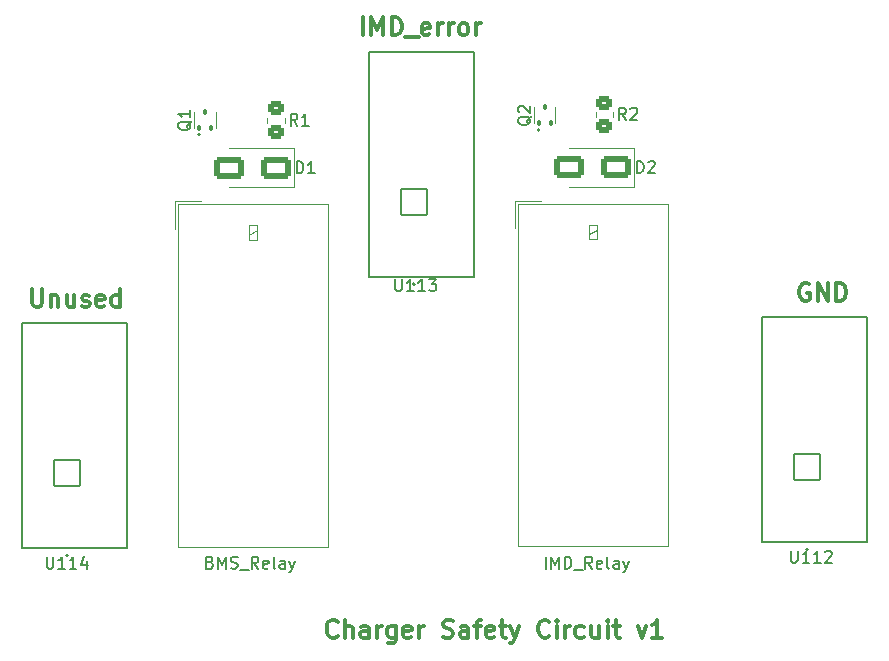
<source format=gto>
G04 #@! TF.GenerationSoftware,KiCad,Pcbnew,9.0.0*
G04 #@! TF.CreationDate,2025-04-12T14:13:04-05:00*
G04 #@! TF.ProjectId,Charging_PCB,43686172-6769-46e6-975f-5043422e6b69,rev?*
G04 #@! TF.SameCoordinates,Original*
G04 #@! TF.FileFunction,Legend,Top*
G04 #@! TF.FilePolarity,Positive*
%FSLAX46Y46*%
G04 Gerber Fmt 4.6, Leading zero omitted, Abs format (unit mm)*
G04 Created by KiCad (PCBNEW 9.0.0) date 2025-04-12 14:13:04*
%MOMM*%
%LPD*%
G01*
G04 APERTURE LIST*
G04 Aperture macros list*
%AMRoundRect*
0 Rectangle with rounded corners*
0 $1 Rounding radius*
0 $2 $3 $4 $5 $6 $7 $8 $9 X,Y pos of 4 corners*
0 Add a 4 corners polygon primitive as box body*
4,1,4,$2,$3,$4,$5,$6,$7,$8,$9,$2,$3,0*
0 Add four circle primitives for the rounded corners*
1,1,$1+$1,$2,$3*
1,1,$1+$1,$4,$5*
1,1,$1+$1,$6,$7*
1,1,$1+$1,$8,$9*
0 Add four rect primitives between the rounded corners*
20,1,$1+$1,$2,$3,$4,$5,0*
20,1,$1+$1,$4,$5,$6,$7,0*
20,1,$1+$1,$6,$7,$8,$9,0*
20,1,$1+$1,$8,$9,$2,$3,0*%
G04 Aperture macros list end*
%ADD10C,0.300000*%
%ADD11C,0.150000*%
%ADD12C,0.127000*%
%ADD13C,0.200000*%
%ADD14C,0.120000*%
%ADD15C,1.860000*%
%ADD16RoundRect,0.102000X1.105000X-1.105000X1.105000X1.105000X-1.105000X1.105000X-1.105000X-1.105000X0*%
%ADD17C,2.414000*%
%ADD18C,2.000000*%
%ADD19R,2.000000X2.000000*%
%ADD20RoundRect,0.250000X-0.450000X0.350000X-0.450000X-0.350000X0.450000X-0.350000X0.450000X0.350000X0*%
%ADD21C,3.200000*%
%ADD22RoundRect,0.100000X-0.100000X0.155000X-0.100000X-0.155000X0.100000X-0.155000X0.100000X0.155000X0*%
%ADD23RoundRect,0.250000X1.000000X0.650000X-1.000000X0.650000X-1.000000X-0.650000X1.000000X-0.650000X0*%
G04 APERTURE END LIST*
D10*
X179840225Y-99372257D02*
X179697368Y-99300828D01*
X179697368Y-99300828D02*
X179483082Y-99300828D01*
X179483082Y-99300828D02*
X179268796Y-99372257D01*
X179268796Y-99372257D02*
X179125939Y-99515114D01*
X179125939Y-99515114D02*
X179054510Y-99657971D01*
X179054510Y-99657971D02*
X178983082Y-99943685D01*
X178983082Y-99943685D02*
X178983082Y-100157971D01*
X178983082Y-100157971D02*
X179054510Y-100443685D01*
X179054510Y-100443685D02*
X179125939Y-100586542D01*
X179125939Y-100586542D02*
X179268796Y-100729400D01*
X179268796Y-100729400D02*
X179483082Y-100800828D01*
X179483082Y-100800828D02*
X179625939Y-100800828D01*
X179625939Y-100800828D02*
X179840225Y-100729400D01*
X179840225Y-100729400D02*
X179911653Y-100657971D01*
X179911653Y-100657971D02*
X179911653Y-100157971D01*
X179911653Y-100157971D02*
X179625939Y-100157971D01*
X180554510Y-100800828D02*
X180554510Y-99300828D01*
X180554510Y-99300828D02*
X181411653Y-100800828D01*
X181411653Y-100800828D02*
X181411653Y-99300828D01*
X182125939Y-100800828D02*
X182125939Y-99300828D01*
X182125939Y-99300828D02*
X182483082Y-99300828D01*
X182483082Y-99300828D02*
X182697368Y-99372257D01*
X182697368Y-99372257D02*
X182840225Y-99515114D01*
X182840225Y-99515114D02*
X182911654Y-99657971D01*
X182911654Y-99657971D02*
X182983082Y-99943685D01*
X182983082Y-99943685D02*
X182983082Y-100157971D01*
X182983082Y-100157971D02*
X182911654Y-100443685D01*
X182911654Y-100443685D02*
X182840225Y-100586542D01*
X182840225Y-100586542D02*
X182697368Y-100729400D01*
X182697368Y-100729400D02*
X182483082Y-100800828D01*
X182483082Y-100800828D02*
X182125939Y-100800828D01*
X114054510Y-99800828D02*
X114054510Y-101015114D01*
X114054510Y-101015114D02*
X114125939Y-101157971D01*
X114125939Y-101157971D02*
X114197368Y-101229400D01*
X114197368Y-101229400D02*
X114340225Y-101300828D01*
X114340225Y-101300828D02*
X114625939Y-101300828D01*
X114625939Y-101300828D02*
X114768796Y-101229400D01*
X114768796Y-101229400D02*
X114840225Y-101157971D01*
X114840225Y-101157971D02*
X114911653Y-101015114D01*
X114911653Y-101015114D02*
X114911653Y-99800828D01*
X115625939Y-100300828D02*
X115625939Y-101300828D01*
X115625939Y-100443685D02*
X115697368Y-100372257D01*
X115697368Y-100372257D02*
X115840225Y-100300828D01*
X115840225Y-100300828D02*
X116054511Y-100300828D01*
X116054511Y-100300828D02*
X116197368Y-100372257D01*
X116197368Y-100372257D02*
X116268797Y-100515114D01*
X116268797Y-100515114D02*
X116268797Y-101300828D01*
X117625940Y-100300828D02*
X117625940Y-101300828D01*
X116983082Y-100300828D02*
X116983082Y-101086542D01*
X116983082Y-101086542D02*
X117054511Y-101229400D01*
X117054511Y-101229400D02*
X117197368Y-101300828D01*
X117197368Y-101300828D02*
X117411654Y-101300828D01*
X117411654Y-101300828D02*
X117554511Y-101229400D01*
X117554511Y-101229400D02*
X117625940Y-101157971D01*
X118268797Y-101229400D02*
X118411654Y-101300828D01*
X118411654Y-101300828D02*
X118697368Y-101300828D01*
X118697368Y-101300828D02*
X118840225Y-101229400D01*
X118840225Y-101229400D02*
X118911654Y-101086542D01*
X118911654Y-101086542D02*
X118911654Y-101015114D01*
X118911654Y-101015114D02*
X118840225Y-100872257D01*
X118840225Y-100872257D02*
X118697368Y-100800828D01*
X118697368Y-100800828D02*
X118483083Y-100800828D01*
X118483083Y-100800828D02*
X118340225Y-100729400D01*
X118340225Y-100729400D02*
X118268797Y-100586542D01*
X118268797Y-100586542D02*
X118268797Y-100515114D01*
X118268797Y-100515114D02*
X118340225Y-100372257D01*
X118340225Y-100372257D02*
X118483083Y-100300828D01*
X118483083Y-100300828D02*
X118697368Y-100300828D01*
X118697368Y-100300828D02*
X118840225Y-100372257D01*
X120125940Y-101229400D02*
X119983083Y-101300828D01*
X119983083Y-101300828D02*
X119697369Y-101300828D01*
X119697369Y-101300828D02*
X119554511Y-101229400D01*
X119554511Y-101229400D02*
X119483083Y-101086542D01*
X119483083Y-101086542D02*
X119483083Y-100515114D01*
X119483083Y-100515114D02*
X119554511Y-100372257D01*
X119554511Y-100372257D02*
X119697369Y-100300828D01*
X119697369Y-100300828D02*
X119983083Y-100300828D01*
X119983083Y-100300828D02*
X120125940Y-100372257D01*
X120125940Y-100372257D02*
X120197369Y-100515114D01*
X120197369Y-100515114D02*
X120197369Y-100657971D01*
X120197369Y-100657971D02*
X119483083Y-100800828D01*
X121483083Y-101300828D02*
X121483083Y-99800828D01*
X121483083Y-101229400D02*
X121340225Y-101300828D01*
X121340225Y-101300828D02*
X121054511Y-101300828D01*
X121054511Y-101300828D02*
X120911654Y-101229400D01*
X120911654Y-101229400D02*
X120840225Y-101157971D01*
X120840225Y-101157971D02*
X120768797Y-101015114D01*
X120768797Y-101015114D02*
X120768797Y-100586542D01*
X120768797Y-100586542D02*
X120840225Y-100443685D01*
X120840225Y-100443685D02*
X120911654Y-100372257D01*
X120911654Y-100372257D02*
X121054511Y-100300828D01*
X121054511Y-100300828D02*
X121340225Y-100300828D01*
X121340225Y-100300828D02*
X121483083Y-100372257D01*
X142054510Y-78300828D02*
X142054510Y-76800828D01*
X142768796Y-78300828D02*
X142768796Y-76800828D01*
X142768796Y-76800828D02*
X143268796Y-77872257D01*
X143268796Y-77872257D02*
X143768796Y-76800828D01*
X143768796Y-76800828D02*
X143768796Y-78300828D01*
X144483082Y-78300828D02*
X144483082Y-76800828D01*
X144483082Y-76800828D02*
X144840225Y-76800828D01*
X144840225Y-76800828D02*
X145054511Y-76872257D01*
X145054511Y-76872257D02*
X145197368Y-77015114D01*
X145197368Y-77015114D02*
X145268797Y-77157971D01*
X145268797Y-77157971D02*
X145340225Y-77443685D01*
X145340225Y-77443685D02*
X145340225Y-77657971D01*
X145340225Y-77657971D02*
X145268797Y-77943685D01*
X145268797Y-77943685D02*
X145197368Y-78086542D01*
X145197368Y-78086542D02*
X145054511Y-78229400D01*
X145054511Y-78229400D02*
X144840225Y-78300828D01*
X144840225Y-78300828D02*
X144483082Y-78300828D01*
X145625940Y-78443685D02*
X146768797Y-78443685D01*
X147697368Y-78229400D02*
X147554511Y-78300828D01*
X147554511Y-78300828D02*
X147268797Y-78300828D01*
X147268797Y-78300828D02*
X147125939Y-78229400D01*
X147125939Y-78229400D02*
X147054511Y-78086542D01*
X147054511Y-78086542D02*
X147054511Y-77515114D01*
X147054511Y-77515114D02*
X147125939Y-77372257D01*
X147125939Y-77372257D02*
X147268797Y-77300828D01*
X147268797Y-77300828D02*
X147554511Y-77300828D01*
X147554511Y-77300828D02*
X147697368Y-77372257D01*
X147697368Y-77372257D02*
X147768797Y-77515114D01*
X147768797Y-77515114D02*
X147768797Y-77657971D01*
X147768797Y-77657971D02*
X147054511Y-77800828D01*
X148411653Y-78300828D02*
X148411653Y-77300828D01*
X148411653Y-77586542D02*
X148483082Y-77443685D01*
X148483082Y-77443685D02*
X148554511Y-77372257D01*
X148554511Y-77372257D02*
X148697368Y-77300828D01*
X148697368Y-77300828D02*
X148840225Y-77300828D01*
X149340224Y-78300828D02*
X149340224Y-77300828D01*
X149340224Y-77586542D02*
X149411653Y-77443685D01*
X149411653Y-77443685D02*
X149483082Y-77372257D01*
X149483082Y-77372257D02*
X149625939Y-77300828D01*
X149625939Y-77300828D02*
X149768796Y-77300828D01*
X150483081Y-78300828D02*
X150340224Y-78229400D01*
X150340224Y-78229400D02*
X150268795Y-78157971D01*
X150268795Y-78157971D02*
X150197367Y-78015114D01*
X150197367Y-78015114D02*
X150197367Y-77586542D01*
X150197367Y-77586542D02*
X150268795Y-77443685D01*
X150268795Y-77443685D02*
X150340224Y-77372257D01*
X150340224Y-77372257D02*
X150483081Y-77300828D01*
X150483081Y-77300828D02*
X150697367Y-77300828D01*
X150697367Y-77300828D02*
X150840224Y-77372257D01*
X150840224Y-77372257D02*
X150911653Y-77443685D01*
X150911653Y-77443685D02*
X150983081Y-77586542D01*
X150983081Y-77586542D02*
X150983081Y-78015114D01*
X150983081Y-78015114D02*
X150911653Y-78157971D01*
X150911653Y-78157971D02*
X150840224Y-78229400D01*
X150840224Y-78229400D02*
X150697367Y-78300828D01*
X150697367Y-78300828D02*
X150483081Y-78300828D01*
X151625938Y-78300828D02*
X151625938Y-77300828D01*
X151625938Y-77586542D02*
X151697367Y-77443685D01*
X151697367Y-77443685D02*
X151768796Y-77372257D01*
X151768796Y-77372257D02*
X151911653Y-77300828D01*
X151911653Y-77300828D02*
X152054510Y-77300828D01*
X139911653Y-129157971D02*
X139840225Y-129229400D01*
X139840225Y-129229400D02*
X139625939Y-129300828D01*
X139625939Y-129300828D02*
X139483082Y-129300828D01*
X139483082Y-129300828D02*
X139268796Y-129229400D01*
X139268796Y-129229400D02*
X139125939Y-129086542D01*
X139125939Y-129086542D02*
X139054510Y-128943685D01*
X139054510Y-128943685D02*
X138983082Y-128657971D01*
X138983082Y-128657971D02*
X138983082Y-128443685D01*
X138983082Y-128443685D02*
X139054510Y-128157971D01*
X139054510Y-128157971D02*
X139125939Y-128015114D01*
X139125939Y-128015114D02*
X139268796Y-127872257D01*
X139268796Y-127872257D02*
X139483082Y-127800828D01*
X139483082Y-127800828D02*
X139625939Y-127800828D01*
X139625939Y-127800828D02*
X139840225Y-127872257D01*
X139840225Y-127872257D02*
X139911653Y-127943685D01*
X140554510Y-129300828D02*
X140554510Y-127800828D01*
X141197368Y-129300828D02*
X141197368Y-128515114D01*
X141197368Y-128515114D02*
X141125939Y-128372257D01*
X141125939Y-128372257D02*
X140983082Y-128300828D01*
X140983082Y-128300828D02*
X140768796Y-128300828D01*
X140768796Y-128300828D02*
X140625939Y-128372257D01*
X140625939Y-128372257D02*
X140554510Y-128443685D01*
X142554511Y-129300828D02*
X142554511Y-128515114D01*
X142554511Y-128515114D02*
X142483082Y-128372257D01*
X142483082Y-128372257D02*
X142340225Y-128300828D01*
X142340225Y-128300828D02*
X142054511Y-128300828D01*
X142054511Y-128300828D02*
X141911653Y-128372257D01*
X142554511Y-129229400D02*
X142411653Y-129300828D01*
X142411653Y-129300828D02*
X142054511Y-129300828D01*
X142054511Y-129300828D02*
X141911653Y-129229400D01*
X141911653Y-129229400D02*
X141840225Y-129086542D01*
X141840225Y-129086542D02*
X141840225Y-128943685D01*
X141840225Y-128943685D02*
X141911653Y-128800828D01*
X141911653Y-128800828D02*
X142054511Y-128729400D01*
X142054511Y-128729400D02*
X142411653Y-128729400D01*
X142411653Y-128729400D02*
X142554511Y-128657971D01*
X143268796Y-129300828D02*
X143268796Y-128300828D01*
X143268796Y-128586542D02*
X143340225Y-128443685D01*
X143340225Y-128443685D02*
X143411654Y-128372257D01*
X143411654Y-128372257D02*
X143554511Y-128300828D01*
X143554511Y-128300828D02*
X143697368Y-128300828D01*
X144840225Y-128300828D02*
X144840225Y-129515114D01*
X144840225Y-129515114D02*
X144768796Y-129657971D01*
X144768796Y-129657971D02*
X144697367Y-129729400D01*
X144697367Y-129729400D02*
X144554510Y-129800828D01*
X144554510Y-129800828D02*
X144340225Y-129800828D01*
X144340225Y-129800828D02*
X144197367Y-129729400D01*
X144840225Y-129229400D02*
X144697367Y-129300828D01*
X144697367Y-129300828D02*
X144411653Y-129300828D01*
X144411653Y-129300828D02*
X144268796Y-129229400D01*
X144268796Y-129229400D02*
X144197367Y-129157971D01*
X144197367Y-129157971D02*
X144125939Y-129015114D01*
X144125939Y-129015114D02*
X144125939Y-128586542D01*
X144125939Y-128586542D02*
X144197367Y-128443685D01*
X144197367Y-128443685D02*
X144268796Y-128372257D01*
X144268796Y-128372257D02*
X144411653Y-128300828D01*
X144411653Y-128300828D02*
X144697367Y-128300828D01*
X144697367Y-128300828D02*
X144840225Y-128372257D01*
X146125939Y-129229400D02*
X145983082Y-129300828D01*
X145983082Y-129300828D02*
X145697368Y-129300828D01*
X145697368Y-129300828D02*
X145554510Y-129229400D01*
X145554510Y-129229400D02*
X145483082Y-129086542D01*
X145483082Y-129086542D02*
X145483082Y-128515114D01*
X145483082Y-128515114D02*
X145554510Y-128372257D01*
X145554510Y-128372257D02*
X145697368Y-128300828D01*
X145697368Y-128300828D02*
X145983082Y-128300828D01*
X145983082Y-128300828D02*
X146125939Y-128372257D01*
X146125939Y-128372257D02*
X146197368Y-128515114D01*
X146197368Y-128515114D02*
X146197368Y-128657971D01*
X146197368Y-128657971D02*
X145483082Y-128800828D01*
X146840224Y-129300828D02*
X146840224Y-128300828D01*
X146840224Y-128586542D02*
X146911653Y-128443685D01*
X146911653Y-128443685D02*
X146983082Y-128372257D01*
X146983082Y-128372257D02*
X147125939Y-128300828D01*
X147125939Y-128300828D02*
X147268796Y-128300828D01*
X148840224Y-129229400D02*
X149054510Y-129300828D01*
X149054510Y-129300828D02*
X149411652Y-129300828D01*
X149411652Y-129300828D02*
X149554510Y-129229400D01*
X149554510Y-129229400D02*
X149625938Y-129157971D01*
X149625938Y-129157971D02*
X149697367Y-129015114D01*
X149697367Y-129015114D02*
X149697367Y-128872257D01*
X149697367Y-128872257D02*
X149625938Y-128729400D01*
X149625938Y-128729400D02*
X149554510Y-128657971D01*
X149554510Y-128657971D02*
X149411652Y-128586542D01*
X149411652Y-128586542D02*
X149125938Y-128515114D01*
X149125938Y-128515114D02*
X148983081Y-128443685D01*
X148983081Y-128443685D02*
X148911652Y-128372257D01*
X148911652Y-128372257D02*
X148840224Y-128229400D01*
X148840224Y-128229400D02*
X148840224Y-128086542D01*
X148840224Y-128086542D02*
X148911652Y-127943685D01*
X148911652Y-127943685D02*
X148983081Y-127872257D01*
X148983081Y-127872257D02*
X149125938Y-127800828D01*
X149125938Y-127800828D02*
X149483081Y-127800828D01*
X149483081Y-127800828D02*
X149697367Y-127872257D01*
X150983081Y-129300828D02*
X150983081Y-128515114D01*
X150983081Y-128515114D02*
X150911652Y-128372257D01*
X150911652Y-128372257D02*
X150768795Y-128300828D01*
X150768795Y-128300828D02*
X150483081Y-128300828D01*
X150483081Y-128300828D02*
X150340223Y-128372257D01*
X150983081Y-129229400D02*
X150840223Y-129300828D01*
X150840223Y-129300828D02*
X150483081Y-129300828D01*
X150483081Y-129300828D02*
X150340223Y-129229400D01*
X150340223Y-129229400D02*
X150268795Y-129086542D01*
X150268795Y-129086542D02*
X150268795Y-128943685D01*
X150268795Y-128943685D02*
X150340223Y-128800828D01*
X150340223Y-128800828D02*
X150483081Y-128729400D01*
X150483081Y-128729400D02*
X150840223Y-128729400D01*
X150840223Y-128729400D02*
X150983081Y-128657971D01*
X151483081Y-128300828D02*
X152054509Y-128300828D01*
X151697366Y-129300828D02*
X151697366Y-128015114D01*
X151697366Y-128015114D02*
X151768795Y-127872257D01*
X151768795Y-127872257D02*
X151911652Y-127800828D01*
X151911652Y-127800828D02*
X152054509Y-127800828D01*
X153125938Y-129229400D02*
X152983081Y-129300828D01*
X152983081Y-129300828D02*
X152697367Y-129300828D01*
X152697367Y-129300828D02*
X152554509Y-129229400D01*
X152554509Y-129229400D02*
X152483081Y-129086542D01*
X152483081Y-129086542D02*
X152483081Y-128515114D01*
X152483081Y-128515114D02*
X152554509Y-128372257D01*
X152554509Y-128372257D02*
X152697367Y-128300828D01*
X152697367Y-128300828D02*
X152983081Y-128300828D01*
X152983081Y-128300828D02*
X153125938Y-128372257D01*
X153125938Y-128372257D02*
X153197367Y-128515114D01*
X153197367Y-128515114D02*
X153197367Y-128657971D01*
X153197367Y-128657971D02*
X152483081Y-128800828D01*
X153625938Y-128300828D02*
X154197366Y-128300828D01*
X153840223Y-127800828D02*
X153840223Y-129086542D01*
X153840223Y-129086542D02*
X153911652Y-129229400D01*
X153911652Y-129229400D02*
X154054509Y-129300828D01*
X154054509Y-129300828D02*
X154197366Y-129300828D01*
X154554509Y-128300828D02*
X154911652Y-129300828D01*
X155268795Y-128300828D02*
X154911652Y-129300828D01*
X154911652Y-129300828D02*
X154768795Y-129657971D01*
X154768795Y-129657971D02*
X154697366Y-129729400D01*
X154697366Y-129729400D02*
X154554509Y-129800828D01*
X157840223Y-129157971D02*
X157768795Y-129229400D01*
X157768795Y-129229400D02*
X157554509Y-129300828D01*
X157554509Y-129300828D02*
X157411652Y-129300828D01*
X157411652Y-129300828D02*
X157197366Y-129229400D01*
X157197366Y-129229400D02*
X157054509Y-129086542D01*
X157054509Y-129086542D02*
X156983080Y-128943685D01*
X156983080Y-128943685D02*
X156911652Y-128657971D01*
X156911652Y-128657971D02*
X156911652Y-128443685D01*
X156911652Y-128443685D02*
X156983080Y-128157971D01*
X156983080Y-128157971D02*
X157054509Y-128015114D01*
X157054509Y-128015114D02*
X157197366Y-127872257D01*
X157197366Y-127872257D02*
X157411652Y-127800828D01*
X157411652Y-127800828D02*
X157554509Y-127800828D01*
X157554509Y-127800828D02*
X157768795Y-127872257D01*
X157768795Y-127872257D02*
X157840223Y-127943685D01*
X158483080Y-129300828D02*
X158483080Y-128300828D01*
X158483080Y-127800828D02*
X158411652Y-127872257D01*
X158411652Y-127872257D02*
X158483080Y-127943685D01*
X158483080Y-127943685D02*
X158554509Y-127872257D01*
X158554509Y-127872257D02*
X158483080Y-127800828D01*
X158483080Y-127800828D02*
X158483080Y-127943685D01*
X159197366Y-129300828D02*
X159197366Y-128300828D01*
X159197366Y-128586542D02*
X159268795Y-128443685D01*
X159268795Y-128443685D02*
X159340224Y-128372257D01*
X159340224Y-128372257D02*
X159483081Y-128300828D01*
X159483081Y-128300828D02*
X159625938Y-128300828D01*
X160768795Y-129229400D02*
X160625937Y-129300828D01*
X160625937Y-129300828D02*
X160340223Y-129300828D01*
X160340223Y-129300828D02*
X160197366Y-129229400D01*
X160197366Y-129229400D02*
X160125937Y-129157971D01*
X160125937Y-129157971D02*
X160054509Y-129015114D01*
X160054509Y-129015114D02*
X160054509Y-128586542D01*
X160054509Y-128586542D02*
X160125937Y-128443685D01*
X160125937Y-128443685D02*
X160197366Y-128372257D01*
X160197366Y-128372257D02*
X160340223Y-128300828D01*
X160340223Y-128300828D02*
X160625937Y-128300828D01*
X160625937Y-128300828D02*
X160768795Y-128372257D01*
X162054509Y-128300828D02*
X162054509Y-129300828D01*
X161411651Y-128300828D02*
X161411651Y-129086542D01*
X161411651Y-129086542D02*
X161483080Y-129229400D01*
X161483080Y-129229400D02*
X161625937Y-129300828D01*
X161625937Y-129300828D02*
X161840223Y-129300828D01*
X161840223Y-129300828D02*
X161983080Y-129229400D01*
X161983080Y-129229400D02*
X162054509Y-129157971D01*
X162768794Y-129300828D02*
X162768794Y-128300828D01*
X162768794Y-127800828D02*
X162697366Y-127872257D01*
X162697366Y-127872257D02*
X162768794Y-127943685D01*
X162768794Y-127943685D02*
X162840223Y-127872257D01*
X162840223Y-127872257D02*
X162768794Y-127800828D01*
X162768794Y-127800828D02*
X162768794Y-127943685D01*
X163268795Y-128300828D02*
X163840223Y-128300828D01*
X163483080Y-127800828D02*
X163483080Y-129086542D01*
X163483080Y-129086542D02*
X163554509Y-129229400D01*
X163554509Y-129229400D02*
X163697366Y-129300828D01*
X163697366Y-129300828D02*
X163840223Y-129300828D01*
X165340223Y-128300828D02*
X165697366Y-129300828D01*
X165697366Y-129300828D02*
X166054509Y-128300828D01*
X167411652Y-129300828D02*
X166554509Y-129300828D01*
X166983080Y-129300828D02*
X166983080Y-127800828D01*
X166983080Y-127800828D02*
X166840223Y-128015114D01*
X166840223Y-128015114D02*
X166697366Y-128157971D01*
X166697366Y-128157971D02*
X166554509Y-128229400D01*
D11*
X115285714Y-122454819D02*
X115285714Y-123264342D01*
X115285714Y-123264342D02*
X115333333Y-123359580D01*
X115333333Y-123359580D02*
X115380952Y-123407200D01*
X115380952Y-123407200D02*
X115476190Y-123454819D01*
X115476190Y-123454819D02*
X115666666Y-123454819D01*
X115666666Y-123454819D02*
X115761904Y-123407200D01*
X115761904Y-123407200D02*
X115809523Y-123359580D01*
X115809523Y-123359580D02*
X115857142Y-123264342D01*
X115857142Y-123264342D02*
X115857142Y-122454819D01*
X116857142Y-123454819D02*
X116285714Y-123454819D01*
X116571428Y-123454819D02*
X116571428Y-122454819D01*
X116571428Y-122454819D02*
X116476190Y-122597676D01*
X116476190Y-122597676D02*
X116380952Y-122692914D01*
X116380952Y-122692914D02*
X116285714Y-122740533D01*
X117809523Y-123454819D02*
X117238095Y-123454819D01*
X117523809Y-123454819D02*
X117523809Y-122454819D01*
X117523809Y-122454819D02*
X117428571Y-122597676D01*
X117428571Y-122597676D02*
X117333333Y-122692914D01*
X117333333Y-122692914D02*
X117238095Y-122740533D01*
X118666666Y-122788152D02*
X118666666Y-123454819D01*
X118428571Y-122407200D02*
X118190476Y-123121485D01*
X118190476Y-123121485D02*
X118809523Y-123121485D01*
X157523809Y-123454819D02*
X157523809Y-122454819D01*
X157999999Y-123454819D02*
X157999999Y-122454819D01*
X157999999Y-122454819D02*
X158333332Y-123169104D01*
X158333332Y-123169104D02*
X158666665Y-122454819D01*
X158666665Y-122454819D02*
X158666665Y-123454819D01*
X159142856Y-123454819D02*
X159142856Y-122454819D01*
X159142856Y-122454819D02*
X159380951Y-122454819D01*
X159380951Y-122454819D02*
X159523808Y-122502438D01*
X159523808Y-122502438D02*
X159619046Y-122597676D01*
X159619046Y-122597676D02*
X159666665Y-122692914D01*
X159666665Y-122692914D02*
X159714284Y-122883390D01*
X159714284Y-122883390D02*
X159714284Y-123026247D01*
X159714284Y-123026247D02*
X159666665Y-123216723D01*
X159666665Y-123216723D02*
X159619046Y-123311961D01*
X159619046Y-123311961D02*
X159523808Y-123407200D01*
X159523808Y-123407200D02*
X159380951Y-123454819D01*
X159380951Y-123454819D02*
X159142856Y-123454819D01*
X159904761Y-123550057D02*
X160666665Y-123550057D01*
X161476189Y-123454819D02*
X161142856Y-122978628D01*
X160904761Y-123454819D02*
X160904761Y-122454819D01*
X160904761Y-122454819D02*
X161285713Y-122454819D01*
X161285713Y-122454819D02*
X161380951Y-122502438D01*
X161380951Y-122502438D02*
X161428570Y-122550057D01*
X161428570Y-122550057D02*
X161476189Y-122645295D01*
X161476189Y-122645295D02*
X161476189Y-122788152D01*
X161476189Y-122788152D02*
X161428570Y-122883390D01*
X161428570Y-122883390D02*
X161380951Y-122931009D01*
X161380951Y-122931009D02*
X161285713Y-122978628D01*
X161285713Y-122978628D02*
X160904761Y-122978628D01*
X162285713Y-123407200D02*
X162190475Y-123454819D01*
X162190475Y-123454819D02*
X161999999Y-123454819D01*
X161999999Y-123454819D02*
X161904761Y-123407200D01*
X161904761Y-123407200D02*
X161857142Y-123311961D01*
X161857142Y-123311961D02*
X161857142Y-122931009D01*
X161857142Y-122931009D02*
X161904761Y-122835771D01*
X161904761Y-122835771D02*
X161999999Y-122788152D01*
X161999999Y-122788152D02*
X162190475Y-122788152D01*
X162190475Y-122788152D02*
X162285713Y-122835771D01*
X162285713Y-122835771D02*
X162333332Y-122931009D01*
X162333332Y-122931009D02*
X162333332Y-123026247D01*
X162333332Y-123026247D02*
X161857142Y-123121485D01*
X162904761Y-123454819D02*
X162809523Y-123407200D01*
X162809523Y-123407200D02*
X162761904Y-123311961D01*
X162761904Y-123311961D02*
X162761904Y-122454819D01*
X163714285Y-123454819D02*
X163714285Y-122931009D01*
X163714285Y-122931009D02*
X163666666Y-122835771D01*
X163666666Y-122835771D02*
X163571428Y-122788152D01*
X163571428Y-122788152D02*
X163380952Y-122788152D01*
X163380952Y-122788152D02*
X163285714Y-122835771D01*
X163714285Y-123407200D02*
X163619047Y-123454819D01*
X163619047Y-123454819D02*
X163380952Y-123454819D01*
X163380952Y-123454819D02*
X163285714Y-123407200D01*
X163285714Y-123407200D02*
X163238095Y-123311961D01*
X163238095Y-123311961D02*
X163238095Y-123216723D01*
X163238095Y-123216723D02*
X163285714Y-123121485D01*
X163285714Y-123121485D02*
X163380952Y-123073866D01*
X163380952Y-123073866D02*
X163619047Y-123073866D01*
X163619047Y-123073866D02*
X163714285Y-123026247D01*
X164095238Y-122788152D02*
X164333333Y-123454819D01*
X164571428Y-122788152D02*
X164333333Y-123454819D01*
X164333333Y-123454819D02*
X164238095Y-123692914D01*
X164238095Y-123692914D02*
X164190476Y-123740533D01*
X164190476Y-123740533D02*
X164095238Y-123788152D01*
X164333333Y-85454819D02*
X164000000Y-84978628D01*
X163761905Y-85454819D02*
X163761905Y-84454819D01*
X163761905Y-84454819D02*
X164142857Y-84454819D01*
X164142857Y-84454819D02*
X164238095Y-84502438D01*
X164238095Y-84502438D02*
X164285714Y-84550057D01*
X164285714Y-84550057D02*
X164333333Y-84645295D01*
X164333333Y-84645295D02*
X164333333Y-84788152D01*
X164333333Y-84788152D02*
X164285714Y-84883390D01*
X164285714Y-84883390D02*
X164238095Y-84931009D01*
X164238095Y-84931009D02*
X164142857Y-84978628D01*
X164142857Y-84978628D02*
X163761905Y-84978628D01*
X164714286Y-84550057D02*
X164761905Y-84502438D01*
X164761905Y-84502438D02*
X164857143Y-84454819D01*
X164857143Y-84454819D02*
X165095238Y-84454819D01*
X165095238Y-84454819D02*
X165190476Y-84502438D01*
X165190476Y-84502438D02*
X165238095Y-84550057D01*
X165238095Y-84550057D02*
X165285714Y-84645295D01*
X165285714Y-84645295D02*
X165285714Y-84740533D01*
X165285714Y-84740533D02*
X165238095Y-84883390D01*
X165238095Y-84883390D02*
X164666667Y-85454819D01*
X164666667Y-85454819D02*
X165285714Y-85454819D01*
X129119047Y-122931009D02*
X129261904Y-122978628D01*
X129261904Y-122978628D02*
X129309523Y-123026247D01*
X129309523Y-123026247D02*
X129357142Y-123121485D01*
X129357142Y-123121485D02*
X129357142Y-123264342D01*
X129357142Y-123264342D02*
X129309523Y-123359580D01*
X129309523Y-123359580D02*
X129261904Y-123407200D01*
X129261904Y-123407200D02*
X129166666Y-123454819D01*
X129166666Y-123454819D02*
X128785714Y-123454819D01*
X128785714Y-123454819D02*
X128785714Y-122454819D01*
X128785714Y-122454819D02*
X129119047Y-122454819D01*
X129119047Y-122454819D02*
X129214285Y-122502438D01*
X129214285Y-122502438D02*
X129261904Y-122550057D01*
X129261904Y-122550057D02*
X129309523Y-122645295D01*
X129309523Y-122645295D02*
X129309523Y-122740533D01*
X129309523Y-122740533D02*
X129261904Y-122835771D01*
X129261904Y-122835771D02*
X129214285Y-122883390D01*
X129214285Y-122883390D02*
X129119047Y-122931009D01*
X129119047Y-122931009D02*
X128785714Y-122931009D01*
X129785714Y-123454819D02*
X129785714Y-122454819D01*
X129785714Y-122454819D02*
X130119047Y-123169104D01*
X130119047Y-123169104D02*
X130452380Y-122454819D01*
X130452380Y-122454819D02*
X130452380Y-123454819D01*
X130880952Y-123407200D02*
X131023809Y-123454819D01*
X131023809Y-123454819D02*
X131261904Y-123454819D01*
X131261904Y-123454819D02*
X131357142Y-123407200D01*
X131357142Y-123407200D02*
X131404761Y-123359580D01*
X131404761Y-123359580D02*
X131452380Y-123264342D01*
X131452380Y-123264342D02*
X131452380Y-123169104D01*
X131452380Y-123169104D02*
X131404761Y-123073866D01*
X131404761Y-123073866D02*
X131357142Y-123026247D01*
X131357142Y-123026247D02*
X131261904Y-122978628D01*
X131261904Y-122978628D02*
X131071428Y-122931009D01*
X131071428Y-122931009D02*
X130976190Y-122883390D01*
X130976190Y-122883390D02*
X130928571Y-122835771D01*
X130928571Y-122835771D02*
X130880952Y-122740533D01*
X130880952Y-122740533D02*
X130880952Y-122645295D01*
X130880952Y-122645295D02*
X130928571Y-122550057D01*
X130928571Y-122550057D02*
X130976190Y-122502438D01*
X130976190Y-122502438D02*
X131071428Y-122454819D01*
X131071428Y-122454819D02*
X131309523Y-122454819D01*
X131309523Y-122454819D02*
X131452380Y-122502438D01*
X131642857Y-123550057D02*
X132404761Y-123550057D01*
X133214285Y-123454819D02*
X132880952Y-122978628D01*
X132642857Y-123454819D02*
X132642857Y-122454819D01*
X132642857Y-122454819D02*
X133023809Y-122454819D01*
X133023809Y-122454819D02*
X133119047Y-122502438D01*
X133119047Y-122502438D02*
X133166666Y-122550057D01*
X133166666Y-122550057D02*
X133214285Y-122645295D01*
X133214285Y-122645295D02*
X133214285Y-122788152D01*
X133214285Y-122788152D02*
X133166666Y-122883390D01*
X133166666Y-122883390D02*
X133119047Y-122931009D01*
X133119047Y-122931009D02*
X133023809Y-122978628D01*
X133023809Y-122978628D02*
X132642857Y-122978628D01*
X134023809Y-123407200D02*
X133928571Y-123454819D01*
X133928571Y-123454819D02*
X133738095Y-123454819D01*
X133738095Y-123454819D02*
X133642857Y-123407200D01*
X133642857Y-123407200D02*
X133595238Y-123311961D01*
X133595238Y-123311961D02*
X133595238Y-122931009D01*
X133595238Y-122931009D02*
X133642857Y-122835771D01*
X133642857Y-122835771D02*
X133738095Y-122788152D01*
X133738095Y-122788152D02*
X133928571Y-122788152D01*
X133928571Y-122788152D02*
X134023809Y-122835771D01*
X134023809Y-122835771D02*
X134071428Y-122931009D01*
X134071428Y-122931009D02*
X134071428Y-123026247D01*
X134071428Y-123026247D02*
X133595238Y-123121485D01*
X134642857Y-123454819D02*
X134547619Y-123407200D01*
X134547619Y-123407200D02*
X134500000Y-123311961D01*
X134500000Y-123311961D02*
X134500000Y-122454819D01*
X135452381Y-123454819D02*
X135452381Y-122931009D01*
X135452381Y-122931009D02*
X135404762Y-122835771D01*
X135404762Y-122835771D02*
X135309524Y-122788152D01*
X135309524Y-122788152D02*
X135119048Y-122788152D01*
X135119048Y-122788152D02*
X135023810Y-122835771D01*
X135452381Y-123407200D02*
X135357143Y-123454819D01*
X135357143Y-123454819D02*
X135119048Y-123454819D01*
X135119048Y-123454819D02*
X135023810Y-123407200D01*
X135023810Y-123407200D02*
X134976191Y-123311961D01*
X134976191Y-123311961D02*
X134976191Y-123216723D01*
X134976191Y-123216723D02*
X135023810Y-123121485D01*
X135023810Y-123121485D02*
X135119048Y-123073866D01*
X135119048Y-123073866D02*
X135357143Y-123073866D01*
X135357143Y-123073866D02*
X135452381Y-123026247D01*
X135833334Y-122788152D02*
X136071429Y-123454819D01*
X136309524Y-122788152D02*
X136071429Y-123454819D01*
X136071429Y-123454819D02*
X135976191Y-123692914D01*
X135976191Y-123692914D02*
X135928572Y-123740533D01*
X135928572Y-123740533D02*
X135833334Y-123788152D01*
X136520833Y-85954819D02*
X136187500Y-85478628D01*
X135949405Y-85954819D02*
X135949405Y-84954819D01*
X135949405Y-84954819D02*
X136330357Y-84954819D01*
X136330357Y-84954819D02*
X136425595Y-85002438D01*
X136425595Y-85002438D02*
X136473214Y-85050057D01*
X136473214Y-85050057D02*
X136520833Y-85145295D01*
X136520833Y-85145295D02*
X136520833Y-85288152D01*
X136520833Y-85288152D02*
X136473214Y-85383390D01*
X136473214Y-85383390D02*
X136425595Y-85431009D01*
X136425595Y-85431009D02*
X136330357Y-85478628D01*
X136330357Y-85478628D02*
X135949405Y-85478628D01*
X137473214Y-85954819D02*
X136901786Y-85954819D01*
X137187500Y-85954819D02*
X137187500Y-84954819D01*
X137187500Y-84954819D02*
X137092262Y-85097676D01*
X137092262Y-85097676D02*
X136997024Y-85192914D01*
X136997024Y-85192914D02*
X136901786Y-85240533D01*
X178285714Y-121954819D02*
X178285714Y-122764342D01*
X178285714Y-122764342D02*
X178333333Y-122859580D01*
X178333333Y-122859580D02*
X178380952Y-122907200D01*
X178380952Y-122907200D02*
X178476190Y-122954819D01*
X178476190Y-122954819D02*
X178666666Y-122954819D01*
X178666666Y-122954819D02*
X178761904Y-122907200D01*
X178761904Y-122907200D02*
X178809523Y-122859580D01*
X178809523Y-122859580D02*
X178857142Y-122764342D01*
X178857142Y-122764342D02*
X178857142Y-121954819D01*
X179857142Y-122954819D02*
X179285714Y-122954819D01*
X179571428Y-122954819D02*
X179571428Y-121954819D01*
X179571428Y-121954819D02*
X179476190Y-122097676D01*
X179476190Y-122097676D02*
X179380952Y-122192914D01*
X179380952Y-122192914D02*
X179285714Y-122240533D01*
X180809523Y-122954819D02*
X180238095Y-122954819D01*
X180523809Y-122954819D02*
X180523809Y-121954819D01*
X180523809Y-121954819D02*
X180428571Y-122097676D01*
X180428571Y-122097676D02*
X180333333Y-122192914D01*
X180333333Y-122192914D02*
X180238095Y-122240533D01*
X181190476Y-122050057D02*
X181238095Y-122002438D01*
X181238095Y-122002438D02*
X181333333Y-121954819D01*
X181333333Y-121954819D02*
X181571428Y-121954819D01*
X181571428Y-121954819D02*
X181666666Y-122002438D01*
X181666666Y-122002438D02*
X181714285Y-122050057D01*
X181714285Y-122050057D02*
X181761904Y-122145295D01*
X181761904Y-122145295D02*
X181761904Y-122240533D01*
X181761904Y-122240533D02*
X181714285Y-122383390D01*
X181714285Y-122383390D02*
X181142857Y-122954819D01*
X181142857Y-122954819D02*
X181761904Y-122954819D01*
X127537557Y-85570238D02*
X127489938Y-85665476D01*
X127489938Y-85665476D02*
X127394700Y-85760714D01*
X127394700Y-85760714D02*
X127251842Y-85903571D01*
X127251842Y-85903571D02*
X127204223Y-85998809D01*
X127204223Y-85998809D02*
X127204223Y-86094047D01*
X127442319Y-86046428D02*
X127394700Y-86141666D01*
X127394700Y-86141666D02*
X127299461Y-86236904D01*
X127299461Y-86236904D02*
X127108985Y-86284523D01*
X127108985Y-86284523D02*
X126775652Y-86284523D01*
X126775652Y-86284523D02*
X126585176Y-86236904D01*
X126585176Y-86236904D02*
X126489938Y-86141666D01*
X126489938Y-86141666D02*
X126442319Y-86046428D01*
X126442319Y-86046428D02*
X126442319Y-85855952D01*
X126442319Y-85855952D02*
X126489938Y-85760714D01*
X126489938Y-85760714D02*
X126585176Y-85665476D01*
X126585176Y-85665476D02*
X126775652Y-85617857D01*
X126775652Y-85617857D02*
X127108985Y-85617857D01*
X127108985Y-85617857D02*
X127299461Y-85665476D01*
X127299461Y-85665476D02*
X127394700Y-85760714D01*
X127394700Y-85760714D02*
X127442319Y-85855952D01*
X127442319Y-85855952D02*
X127442319Y-86046428D01*
X127442319Y-84665476D02*
X127442319Y-85236904D01*
X127442319Y-84951190D02*
X126442319Y-84951190D01*
X126442319Y-84951190D02*
X126585176Y-85046428D01*
X126585176Y-85046428D02*
X126680414Y-85141666D01*
X126680414Y-85141666D02*
X126728033Y-85236904D01*
X156300057Y-85157738D02*
X156252438Y-85252976D01*
X156252438Y-85252976D02*
X156157200Y-85348214D01*
X156157200Y-85348214D02*
X156014342Y-85491071D01*
X156014342Y-85491071D02*
X155966723Y-85586309D01*
X155966723Y-85586309D02*
X155966723Y-85681547D01*
X156204819Y-85633928D02*
X156157200Y-85729166D01*
X156157200Y-85729166D02*
X156061961Y-85824404D01*
X156061961Y-85824404D02*
X155871485Y-85872023D01*
X155871485Y-85872023D02*
X155538152Y-85872023D01*
X155538152Y-85872023D02*
X155347676Y-85824404D01*
X155347676Y-85824404D02*
X155252438Y-85729166D01*
X155252438Y-85729166D02*
X155204819Y-85633928D01*
X155204819Y-85633928D02*
X155204819Y-85443452D01*
X155204819Y-85443452D02*
X155252438Y-85348214D01*
X155252438Y-85348214D02*
X155347676Y-85252976D01*
X155347676Y-85252976D02*
X155538152Y-85205357D01*
X155538152Y-85205357D02*
X155871485Y-85205357D01*
X155871485Y-85205357D02*
X156061961Y-85252976D01*
X156061961Y-85252976D02*
X156157200Y-85348214D01*
X156157200Y-85348214D02*
X156204819Y-85443452D01*
X156204819Y-85443452D02*
X156204819Y-85633928D01*
X155300057Y-84824404D02*
X155252438Y-84776785D01*
X155252438Y-84776785D02*
X155204819Y-84681547D01*
X155204819Y-84681547D02*
X155204819Y-84443452D01*
X155204819Y-84443452D02*
X155252438Y-84348214D01*
X155252438Y-84348214D02*
X155300057Y-84300595D01*
X155300057Y-84300595D02*
X155395295Y-84252976D01*
X155395295Y-84252976D02*
X155490533Y-84252976D01*
X155490533Y-84252976D02*
X155633390Y-84300595D01*
X155633390Y-84300595D02*
X156204819Y-84872023D01*
X156204819Y-84872023D02*
X156204819Y-84252976D01*
X165261905Y-89954819D02*
X165261905Y-88954819D01*
X165261905Y-88954819D02*
X165500000Y-88954819D01*
X165500000Y-88954819D02*
X165642857Y-89002438D01*
X165642857Y-89002438D02*
X165738095Y-89097676D01*
X165738095Y-89097676D02*
X165785714Y-89192914D01*
X165785714Y-89192914D02*
X165833333Y-89383390D01*
X165833333Y-89383390D02*
X165833333Y-89526247D01*
X165833333Y-89526247D02*
X165785714Y-89716723D01*
X165785714Y-89716723D02*
X165738095Y-89811961D01*
X165738095Y-89811961D02*
X165642857Y-89907200D01*
X165642857Y-89907200D02*
X165500000Y-89954819D01*
X165500000Y-89954819D02*
X165261905Y-89954819D01*
X166214286Y-89050057D02*
X166261905Y-89002438D01*
X166261905Y-89002438D02*
X166357143Y-88954819D01*
X166357143Y-88954819D02*
X166595238Y-88954819D01*
X166595238Y-88954819D02*
X166690476Y-89002438D01*
X166690476Y-89002438D02*
X166738095Y-89050057D01*
X166738095Y-89050057D02*
X166785714Y-89145295D01*
X166785714Y-89145295D02*
X166785714Y-89240533D01*
X166785714Y-89240533D02*
X166738095Y-89383390D01*
X166738095Y-89383390D02*
X166166667Y-89954819D01*
X166166667Y-89954819D02*
X166785714Y-89954819D01*
X136449405Y-89992319D02*
X136449405Y-88992319D01*
X136449405Y-88992319D02*
X136687500Y-88992319D01*
X136687500Y-88992319D02*
X136830357Y-89039938D01*
X136830357Y-89039938D02*
X136925595Y-89135176D01*
X136925595Y-89135176D02*
X136973214Y-89230414D01*
X136973214Y-89230414D02*
X137020833Y-89420890D01*
X137020833Y-89420890D02*
X137020833Y-89563747D01*
X137020833Y-89563747D02*
X136973214Y-89754223D01*
X136973214Y-89754223D02*
X136925595Y-89849461D01*
X136925595Y-89849461D02*
X136830357Y-89944700D01*
X136830357Y-89944700D02*
X136687500Y-89992319D01*
X136687500Y-89992319D02*
X136449405Y-89992319D01*
X137973214Y-89992319D02*
X137401786Y-89992319D01*
X137687500Y-89992319D02*
X137687500Y-88992319D01*
X137687500Y-88992319D02*
X137592262Y-89135176D01*
X137592262Y-89135176D02*
X137497024Y-89230414D01*
X137497024Y-89230414D02*
X137401786Y-89278033D01*
X144785714Y-98954819D02*
X144785714Y-99764342D01*
X144785714Y-99764342D02*
X144833333Y-99859580D01*
X144833333Y-99859580D02*
X144880952Y-99907200D01*
X144880952Y-99907200D02*
X144976190Y-99954819D01*
X144976190Y-99954819D02*
X145166666Y-99954819D01*
X145166666Y-99954819D02*
X145261904Y-99907200D01*
X145261904Y-99907200D02*
X145309523Y-99859580D01*
X145309523Y-99859580D02*
X145357142Y-99764342D01*
X145357142Y-99764342D02*
X145357142Y-98954819D01*
X146357142Y-99954819D02*
X145785714Y-99954819D01*
X146071428Y-99954819D02*
X146071428Y-98954819D01*
X146071428Y-98954819D02*
X145976190Y-99097676D01*
X145976190Y-99097676D02*
X145880952Y-99192914D01*
X145880952Y-99192914D02*
X145785714Y-99240533D01*
X147309523Y-99954819D02*
X146738095Y-99954819D01*
X147023809Y-99954819D02*
X147023809Y-98954819D01*
X147023809Y-98954819D02*
X146928571Y-99097676D01*
X146928571Y-99097676D02*
X146833333Y-99192914D01*
X146833333Y-99192914D02*
X146738095Y-99240533D01*
X147642857Y-98954819D02*
X148261904Y-98954819D01*
X148261904Y-98954819D02*
X147928571Y-99335771D01*
X147928571Y-99335771D02*
X148071428Y-99335771D01*
X148071428Y-99335771D02*
X148166666Y-99383390D01*
X148166666Y-99383390D02*
X148214285Y-99431009D01*
X148214285Y-99431009D02*
X148261904Y-99526247D01*
X148261904Y-99526247D02*
X148261904Y-99764342D01*
X148261904Y-99764342D02*
X148214285Y-99859580D01*
X148214285Y-99859580D02*
X148166666Y-99907200D01*
X148166666Y-99907200D02*
X148071428Y-99954819D01*
X148071428Y-99954819D02*
X147785714Y-99954819D01*
X147785714Y-99954819D02*
X147690476Y-99907200D01*
X147690476Y-99907200D02*
X147642857Y-99859580D01*
D12*
X113190000Y-102650000D02*
X113190000Y-121700000D01*
X113190000Y-102650000D02*
X122080000Y-102650000D01*
X122080000Y-102650000D02*
X122080000Y-121700000D01*
X122080000Y-121700000D02*
X113190000Y-121700000D01*
D13*
X117100000Y-122350000D02*
G75*
G02*
X116900000Y-122350000I-100000J0D01*
G01*
X116900000Y-122350000D02*
G75*
G02*
X117100000Y-122350000I100000J0D01*
G01*
D14*
X154972500Y-92322500D02*
X157162500Y-92322500D01*
X154972500Y-94662500D02*
X154972500Y-92322500D01*
X155212500Y-92562500D02*
X155212500Y-121562500D01*
X155212500Y-121562500D02*
X167912500Y-121562500D01*
X161212500Y-94362500D02*
X161212500Y-95562500D01*
X161212500Y-95162500D02*
X161912500Y-94762500D01*
X161212500Y-95562500D02*
X161912500Y-95562500D01*
X161912500Y-94362500D02*
X161212500Y-94362500D01*
X161912500Y-95562500D02*
X161912500Y-94362500D01*
X167912500Y-92562500D02*
X155212500Y-92562500D01*
X167912500Y-121562500D02*
X167912500Y-92562500D01*
X161765000Y-84772936D02*
X161765000Y-85227064D01*
X163235000Y-84772936D02*
X163235000Y-85227064D01*
X126160000Y-92360000D02*
X128350000Y-92360000D01*
X126160000Y-94700000D02*
X126160000Y-92360000D01*
X126400000Y-92600000D02*
X126400000Y-121600000D01*
X126400000Y-121600000D02*
X139100000Y-121600000D01*
X132400000Y-94400000D02*
X132400000Y-95600000D01*
X132400000Y-95200000D02*
X133100000Y-94800000D01*
X132400000Y-95600000D02*
X133100000Y-95600000D01*
X133100000Y-94400000D02*
X132400000Y-94400000D01*
X133100000Y-95600000D02*
X133100000Y-94400000D01*
X139100000Y-92600000D02*
X126400000Y-92600000D01*
X139100000Y-121600000D02*
X139100000Y-92600000D01*
X133952500Y-85272936D02*
X133952500Y-85727064D01*
X135422500Y-85272936D02*
X135422500Y-85727064D01*
D12*
X175867500Y-102150000D02*
X175867500Y-121200000D01*
X175867500Y-102150000D02*
X184757500Y-102150000D01*
X184757500Y-102150000D02*
X184757500Y-121200000D01*
X184757500Y-121200000D02*
X175867500Y-121200000D01*
D13*
X179777500Y-121850000D02*
G75*
G02*
X179577500Y-121850000I-100000J0D01*
G01*
X179577500Y-121850000D02*
G75*
G02*
X179777500Y-121850000I100000J0D01*
G01*
D14*
X127787500Y-84825000D02*
X127787500Y-86125000D01*
X129587500Y-84825000D02*
X129587500Y-86125000D01*
D11*
X128252500Y-86725000D02*
G75*
G02*
X128102500Y-86725000I-75000J0D01*
G01*
X128102500Y-86725000D02*
G75*
G02*
X128252500Y-86725000I75000J0D01*
G01*
D14*
X156550000Y-84412500D02*
X156550000Y-85712500D01*
X158350000Y-84412500D02*
X158350000Y-85712500D01*
D11*
X157015000Y-86312500D02*
G75*
G02*
X156865000Y-86312500I-75000J0D01*
G01*
X156865000Y-86312500D02*
G75*
G02*
X157015000Y-86312500I75000J0D01*
G01*
D14*
X165010000Y-87850000D02*
X159500000Y-87850000D01*
X165010000Y-91150000D02*
X159500000Y-91150000D01*
X165010000Y-91150000D02*
X165010000Y-87850000D01*
X136197500Y-87887500D02*
X130687500Y-87887500D01*
X136197500Y-91187500D02*
X130687500Y-91187500D01*
X136197500Y-91187500D02*
X136197500Y-87887500D01*
D12*
X142555000Y-79687500D02*
X142555000Y-98737500D01*
X142555000Y-79687500D02*
X151445000Y-79687500D01*
X151445000Y-79687500D02*
X151445000Y-98737500D01*
X151445000Y-98737500D02*
X142555000Y-98737500D01*
D13*
X146465000Y-99387500D02*
G75*
G02*
X146265000Y-99387500I-100000J0D01*
G01*
X146265000Y-99387500D02*
G75*
G02*
X146465000Y-99387500I100000J0D01*
G01*
%LPC*%
D15*
X117000000Y-119800000D03*
D16*
X117000000Y-115350000D03*
D17*
X117000000Y-109000000D03*
D18*
X165312500Y-114962500D03*
X157812500Y-111462500D03*
X157812500Y-118462500D03*
D19*
X157812500Y-94962500D03*
D18*
X165312500Y-94962500D03*
D20*
X162500000Y-84000000D03*
X162500000Y-86000000D03*
D18*
X136500000Y-115000000D03*
X129000000Y-111500000D03*
X129000000Y-118500000D03*
D19*
X129000000Y-95000000D03*
D18*
X136500000Y-95000000D03*
D21*
X189000000Y-127500000D03*
D20*
X134687500Y-84500000D03*
X134687500Y-86500000D03*
D15*
X179677500Y-119300000D03*
D16*
X179677500Y-114850000D03*
D17*
X179677500Y-108500000D03*
D22*
X128187500Y-86120000D03*
X129187500Y-86120000D03*
X128687500Y-84830000D03*
X156950000Y-85707500D03*
X157950000Y-85707500D03*
X157450000Y-84417500D03*
D21*
X112000000Y-79500000D03*
D23*
X163500000Y-89500000D03*
X159500000Y-89500000D03*
X134687500Y-89537500D03*
X130687500Y-89537500D03*
D15*
X146365000Y-96837500D03*
D16*
X146365000Y-92387500D03*
D17*
X146365000Y-86037500D03*
D21*
X189000000Y-79500000D03*
X113000000Y-127500000D03*
%LPD*%
M02*

</source>
